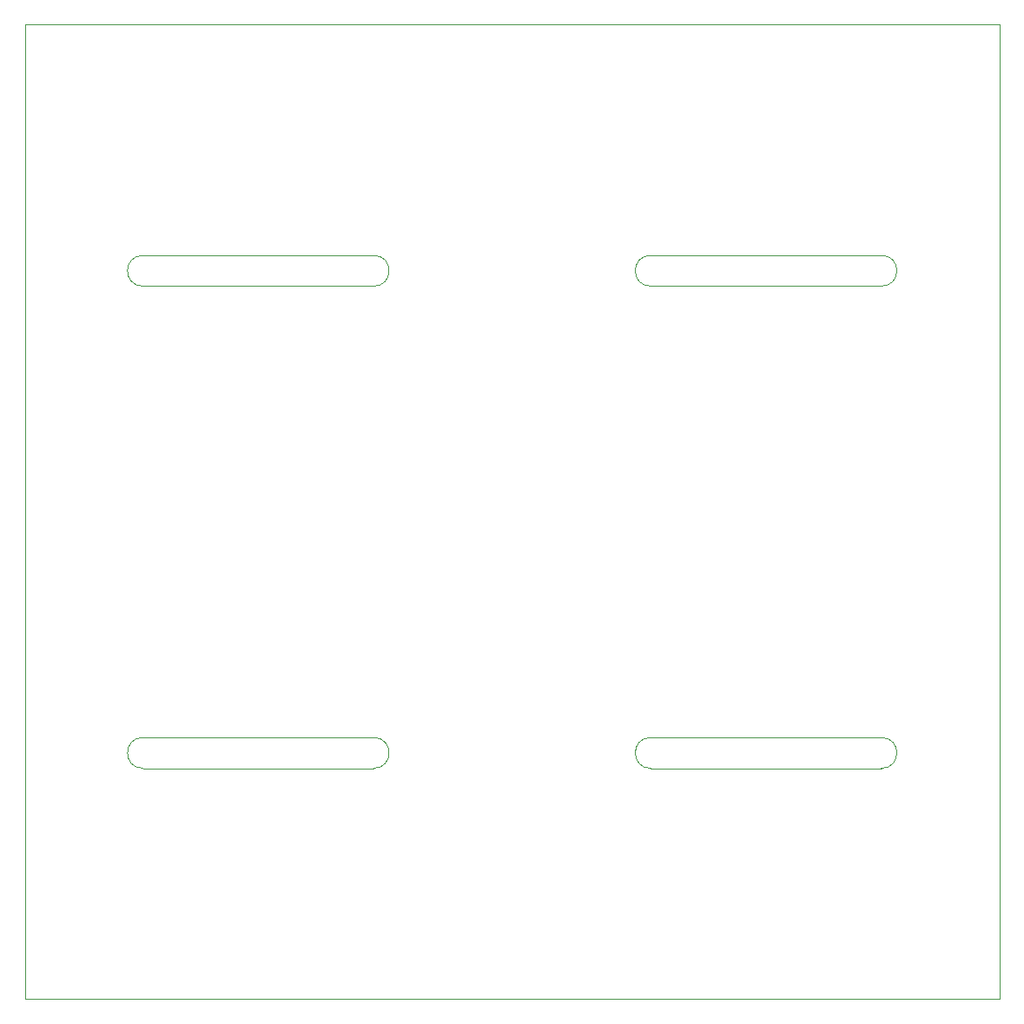
<source format=gm1>
%TF.GenerationSoftware,KiCad,Pcbnew,7.0.8*%
%TF.CreationDate,2024-01-29T21:48:56+01:00*%
%TF.ProjectId,cube-batteryboard,63756265-2d62-4617-9474-657279626f61,rev?*%
%TF.SameCoordinates,Original*%
%TF.FileFunction,Profile,NP*%
%FSLAX46Y46*%
G04 Gerber Fmt 4.6, Leading zero omitted, Abs format (unit mm)*
G04 Created by KiCad (PCBNEW 7.0.8) date 2024-01-29 21:48:56*
%MOMM*%
%LPD*%
G01*
G04 APERTURE LIST*
%TA.AperFunction,Profile*%
%ADD10C,0.100000*%
%TD*%
G04 APERTURE END LIST*
D10*
X54000000Y-45500000D02*
G75*
G03*
X54000000Y-42500000I0J1500000D01*
G01*
X54000000Y-42500000D02*
X31500000Y-42500000D01*
X103500000Y-45500000D02*
X81000000Y-45500000D01*
X81000000Y-89500000D02*
G75*
G03*
X81000000Y-92500000I0J-1500000D01*
G01*
X20000000Y-20000000D02*
X115000000Y-20000000D01*
X115000000Y-115000000D01*
X20000000Y-115000000D01*
X20000000Y-20000000D01*
X81000000Y-42500000D02*
G75*
G03*
X81000000Y-45500000I0J-1500000D01*
G01*
X103500000Y-42500000D02*
X81000000Y-42500000D01*
X54000000Y-89500000D02*
X31500000Y-89500000D01*
X31500000Y-42500000D02*
G75*
G03*
X31500000Y-45500000I0J-1500000D01*
G01*
X103500000Y-92500000D02*
G75*
G03*
X103500000Y-89500000I0J1500000D01*
G01*
X103500000Y-92500000D02*
X81000000Y-92500000D01*
X54000000Y-92500000D02*
X31500000Y-92500000D01*
X31500000Y-89500000D02*
G75*
G03*
X31500000Y-92500000I0J-1500000D01*
G01*
X103500000Y-45500000D02*
G75*
G03*
X103500000Y-42500000I0J1500000D01*
G01*
X103500000Y-89500000D02*
X81000000Y-89500000D01*
X54000000Y-92500000D02*
G75*
G03*
X54000000Y-89500000I0J1500000D01*
G01*
X54000000Y-45500000D02*
X31500000Y-45500000D01*
M02*

</source>
